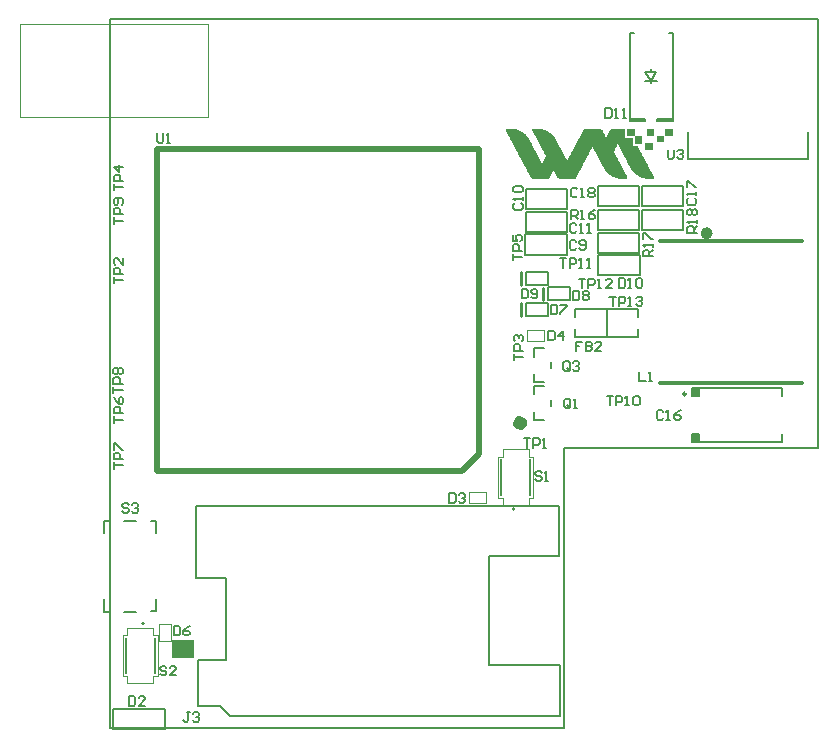
<source format=gto>
G04*
G04 #@! TF.GenerationSoftware,Altium Limited,Altium Designer,21.2.2 (38)*
G04*
G04 Layer_Color=65535*
%FSLAX25Y25*%
%MOIN*%
G70*
G04*
G04 #@! TF.SameCoordinates,3B8D8C8F-B8B0-4305-BFF5-38056C6EFB40*
G04*
G04*
G04 #@! TF.FilePolarity,Positive*
G04*
G01*
G75*
%ADD10C,0.00787*%
%ADD11C,0.00984*%
%ADD12C,0.01968*%
%ADD13C,0.03937*%
%ADD14C,0.00750*%
%ADD15C,0.00500*%
%ADD16C,0.00394*%
%ADD17C,0.01000*%
%ADD18C,0.00591*%
%ADD19C,0.01181*%
%ADD20C,0.00709*%
%ADD21R,0.07343X0.05965*%
%ADD22R,0.02165X0.02657*%
%ADD23C,0.00197*%
G36*
X181636Y199521D02*
Y199432D01*
Y199343D01*
Y199253D01*
Y199164D01*
Y199075D01*
Y198986D01*
Y198896D01*
Y198807D01*
Y198718D01*
Y198628D01*
Y198539D01*
Y198450D01*
Y198361D01*
Y198271D01*
Y198182D01*
Y198093D01*
Y198003D01*
Y197914D01*
Y197825D01*
Y197736D01*
Y197646D01*
Y197557D01*
Y197468D01*
Y197379D01*
Y197289D01*
Y197200D01*
X179226D01*
Y197289D01*
Y197379D01*
Y197468D01*
Y197557D01*
Y197646D01*
Y197736D01*
Y197825D01*
Y197914D01*
Y198003D01*
Y198093D01*
Y198182D01*
Y198271D01*
Y198361D01*
Y198450D01*
Y198539D01*
Y198628D01*
Y198718D01*
Y198807D01*
Y198896D01*
Y198986D01*
Y199075D01*
Y199164D01*
Y199253D01*
Y199343D01*
Y199432D01*
Y199521D01*
Y199611D01*
X181636D01*
Y199521D01*
D02*
G37*
G36*
X175029D02*
Y199432D01*
Y199343D01*
Y199253D01*
Y199164D01*
Y199075D01*
Y198986D01*
Y198896D01*
Y198807D01*
Y198718D01*
Y198628D01*
Y198539D01*
Y198450D01*
Y198361D01*
Y198271D01*
Y198182D01*
Y198093D01*
Y198003D01*
Y197914D01*
Y197825D01*
Y197736D01*
Y197646D01*
Y197557D01*
Y197468D01*
Y197379D01*
Y197289D01*
Y197200D01*
X172618D01*
Y197289D01*
Y197379D01*
Y197468D01*
Y197557D01*
Y197646D01*
Y197736D01*
Y197825D01*
Y197914D01*
Y198003D01*
Y198093D01*
Y198182D01*
Y198271D01*
Y198361D01*
Y198450D01*
Y198539D01*
Y198628D01*
Y198718D01*
Y198807D01*
Y198896D01*
Y198986D01*
Y199075D01*
Y199164D01*
Y199253D01*
Y199343D01*
Y199432D01*
Y199521D01*
Y199611D01*
X175029D01*
Y199521D01*
D02*
G37*
G36*
X187708D02*
Y199432D01*
Y199343D01*
Y199253D01*
Y199164D01*
Y199075D01*
Y198986D01*
Y198896D01*
Y198807D01*
Y198718D01*
Y198628D01*
Y198539D01*
Y198450D01*
Y198361D01*
Y198271D01*
Y198182D01*
Y198093D01*
Y198003D01*
Y197914D01*
Y197825D01*
Y197736D01*
Y197646D01*
Y197557D01*
Y197468D01*
Y197379D01*
Y197289D01*
Y197200D01*
X186636D01*
Y197111D01*
X186458D01*
Y197200D01*
X185297D01*
Y197289D01*
Y197379D01*
Y197468D01*
Y197557D01*
Y197646D01*
Y197736D01*
Y197825D01*
Y197914D01*
Y198003D01*
Y198093D01*
Y198182D01*
Y198271D01*
Y198361D01*
Y198450D01*
Y198539D01*
Y198628D01*
Y198718D01*
Y198807D01*
Y198896D01*
Y198986D01*
Y199075D01*
Y199164D01*
Y199253D01*
Y199343D01*
Y199432D01*
Y199521D01*
Y199611D01*
X187708D01*
Y199521D01*
D02*
G37*
G36*
X171904Y199611D02*
Y199521D01*
Y199432D01*
Y199343D01*
Y199253D01*
Y199164D01*
Y199075D01*
Y198986D01*
Y198896D01*
Y198807D01*
Y198718D01*
Y198628D01*
Y198539D01*
Y198450D01*
Y198361D01*
Y198271D01*
Y198182D01*
Y198093D01*
Y198003D01*
Y197914D01*
Y197825D01*
Y197736D01*
Y197646D01*
Y197557D01*
Y197468D01*
Y197379D01*
Y197289D01*
Y197200D01*
Y197111D01*
Y197021D01*
Y196932D01*
Y196843D01*
Y196754D01*
Y196664D01*
Y196575D01*
Y196486D01*
X174404D01*
Y196396D01*
Y196307D01*
Y196218D01*
Y196128D01*
Y196039D01*
Y195950D01*
Y195861D01*
Y195771D01*
Y195682D01*
Y195593D01*
Y195503D01*
Y195414D01*
Y195325D01*
Y195236D01*
Y195146D01*
Y195057D01*
Y194968D01*
Y194878D01*
Y194789D01*
Y194700D01*
Y194611D01*
Y194521D01*
Y194432D01*
Y194343D01*
Y194253D01*
Y194164D01*
Y194075D01*
X174493D01*
Y193986D01*
X175922D01*
Y193896D01*
X176011D01*
Y193807D01*
Y193718D01*
Y193628D01*
X176190D01*
Y193539D01*
Y193450D01*
X176279D01*
Y193361D01*
Y193271D01*
Y193182D01*
X176368D01*
Y193093D01*
Y193003D01*
X176458D01*
Y192914D01*
X176547D01*
Y192825D01*
Y192736D01*
X176636D01*
Y192646D01*
Y192557D01*
X176726D01*
Y192468D01*
X176815D01*
Y192378D01*
X176726D01*
Y192289D01*
X176815D01*
Y192200D01*
X176904D01*
Y192111D01*
Y192021D01*
X176993D01*
Y191932D01*
Y191843D01*
X177172D01*
Y191753D01*
Y191664D01*
Y191575D01*
Y191486D01*
X177261D01*
Y191396D01*
X177351D01*
Y191307D01*
Y191218D01*
Y191128D01*
X177440D01*
Y191039D01*
X177529D01*
Y190950D01*
Y190860D01*
X177619D01*
Y190771D01*
Y190682D01*
X177708D01*
Y190593D01*
Y190503D01*
X177797D01*
Y190414D01*
X177886D01*
Y190325D01*
Y190235D01*
X177976D01*
Y190146D01*
Y190057D01*
X178065D01*
Y189968D01*
Y189878D01*
X178154D01*
Y189789D01*
X178244D01*
Y189700D01*
Y189611D01*
Y189521D01*
X178333D01*
Y189432D01*
Y189343D01*
Y189253D01*
X178511D01*
Y189164D01*
Y189075D01*
X178601D01*
Y188986D01*
Y188896D01*
X178690D01*
Y188807D01*
Y188718D01*
Y188628D01*
X178779D01*
Y188539D01*
X178868D01*
Y188450D01*
Y188361D01*
X178958D01*
Y188271D01*
Y188182D01*
Y188093D01*
X179136D01*
Y188003D01*
Y187914D01*
Y187825D01*
X179226D01*
Y187735D01*
X179315D01*
Y187646D01*
Y187557D01*
Y187468D01*
X179404D01*
Y187378D01*
Y187289D01*
X179493D01*
Y187200D01*
X179583D01*
Y187110D01*
Y187021D01*
X179672D01*
Y186932D01*
Y186843D01*
X179761D01*
Y186753D01*
X179851D01*
Y186664D01*
Y186575D01*
Y186486D01*
X179940D01*
Y186396D01*
Y186307D01*
X180029D01*
Y186218D01*
X180119D01*
Y186128D01*
Y186039D01*
Y185950D01*
X180208D01*
Y185861D01*
X180297D01*
Y185771D01*
Y185682D01*
X180386D01*
Y185593D01*
X180476D01*
Y185503D01*
Y185414D01*
Y185325D01*
X180565D01*
Y185236D01*
X180654D01*
Y185146D01*
Y185057D01*
X180744D01*
Y184968D01*
Y184878D01*
Y184789D01*
X180922D01*
Y184700D01*
Y184610D01*
Y184521D01*
X181011D01*
Y184432D01*
Y184343D01*
Y184253D01*
X181101D01*
Y184164D01*
X181190D01*
Y184075D01*
X181279D01*
Y183985D01*
X181190D01*
Y183896D01*
X181369D01*
Y183807D01*
Y183718D01*
Y183628D01*
X181458D01*
Y183539D01*
Y183450D01*
Y183360D01*
X181547D01*
Y183271D01*
X181458D01*
Y183182D01*
Y183093D01*
X181369D01*
Y183003D01*
X181190D01*
Y182914D01*
X178868D01*
Y183003D01*
X178333D01*
Y183093D01*
X178154D01*
Y183182D01*
X177708D01*
Y183271D01*
X177440D01*
Y183360D01*
X177172D01*
Y183450D01*
X177083D01*
Y183539D01*
X176815D01*
Y183628D01*
X176636D01*
Y183718D01*
X176458D01*
Y183807D01*
X176279D01*
Y183896D01*
X176101D01*
Y183985D01*
X176011D01*
Y184075D01*
X175922D01*
Y184164D01*
X175743D01*
Y184253D01*
X175565D01*
Y184343D01*
X175476D01*
Y184432D01*
X175386D01*
Y184521D01*
X175208D01*
Y184610D01*
X175118D01*
Y184700D01*
X175029D01*
Y184789D01*
X174940D01*
Y184878D01*
X174850D01*
Y184968D01*
X174761D01*
Y185057D01*
X174672D01*
Y185146D01*
X174583D01*
Y185236D01*
X174493D01*
Y185325D01*
X174404D01*
Y185414D01*
X174315D01*
Y185503D01*
X174225D01*
Y185593D01*
X174136D01*
Y185682D01*
Y185771D01*
Y185861D01*
X173958D01*
Y185950D01*
Y186039D01*
X173868D01*
Y186128D01*
X173779D01*
Y186218D01*
Y186307D01*
Y186396D01*
Y186486D01*
X173690D01*
Y186575D01*
X173600D01*
Y186664D01*
Y186753D01*
X173511D01*
Y186843D01*
Y186932D01*
X173422D01*
Y187021D01*
X173333D01*
Y187110D01*
Y187200D01*
Y187289D01*
X173243D01*
Y187378D01*
X173154D01*
Y187468D01*
Y187557D01*
Y187646D01*
X172976D01*
Y187735D01*
Y187825D01*
Y187914D01*
X172886D01*
Y188003D01*
Y188093D01*
X172797D01*
Y188182D01*
Y188271D01*
X172708D01*
Y188361D01*
X172618D01*
Y188450D01*
Y188539D01*
Y188628D01*
X172440D01*
Y188718D01*
Y188807D01*
Y188896D01*
Y188986D01*
X172351D01*
Y189075D01*
X172261D01*
Y189164D01*
Y189253D01*
Y189343D01*
X172172D01*
Y189432D01*
X172083D01*
Y189521D01*
X171993D01*
Y189611D01*
Y189700D01*
Y189789D01*
X171815D01*
Y189878D01*
X171904D01*
Y189968D01*
X171815D01*
Y190057D01*
X171725D01*
Y190146D01*
Y190235D01*
X171636D01*
Y190325D01*
Y190414D01*
X171458D01*
Y190503D01*
Y190593D01*
Y190682D01*
Y190771D01*
Y190860D01*
X171368D01*
Y190950D01*
X171279D01*
Y191039D01*
Y191128D01*
X171190D01*
Y191218D01*
X171100D01*
Y191307D01*
Y191396D01*
Y191486D01*
X171011D01*
Y191575D01*
X170922D01*
Y191664D01*
X170833D01*
Y191753D01*
X170922D01*
Y191843D01*
X170833D01*
Y191932D01*
X170743D01*
Y192021D01*
X170654D01*
Y192111D01*
Y192200D01*
Y192289D01*
X170475D01*
Y192378D01*
Y192468D01*
Y192557D01*
Y192646D01*
X170386D01*
Y192736D01*
X170297D01*
Y192825D01*
Y192914D01*
Y193003D01*
X170208D01*
Y193093D01*
X170118D01*
Y193182D01*
Y193271D01*
Y193361D01*
X170029D01*
Y193450D01*
X169940D01*
Y193539D01*
Y193628D01*
Y193718D01*
X169761D01*
Y193807D01*
Y193896D01*
X169672D01*
Y193986D01*
Y194075D01*
Y194164D01*
X169583D01*
Y194253D01*
X169493D01*
Y194343D01*
Y194432D01*
X169226D01*
Y194343D01*
Y194253D01*
Y194164D01*
X169136D01*
Y194075D01*
Y193986D01*
X169047D01*
Y193896D01*
X168958D01*
Y193807D01*
X169047D01*
Y193718D01*
X168958D01*
Y193628D01*
X168868D01*
Y193539D01*
X168779D01*
Y193450D01*
Y193361D01*
Y193271D01*
X168690D01*
Y193182D01*
Y193093D01*
X168600D01*
Y193003D01*
Y192914D01*
X168511D01*
Y192825D01*
Y192736D01*
X168422D01*
Y192646D01*
Y192557D01*
X168333D01*
Y192468D01*
Y192378D01*
X168243D01*
Y192289D01*
Y192200D01*
X168154D01*
Y192111D01*
Y192021D01*
Y191932D01*
Y191843D01*
Y191753D01*
X168243D01*
Y191664D01*
Y191575D01*
Y191486D01*
X168333D01*
Y191396D01*
X168422D01*
Y191307D01*
Y191218D01*
X168511D01*
Y191128D01*
Y191039D01*
X168600D01*
Y190950D01*
Y190860D01*
X168690D01*
Y190771D01*
Y190682D01*
X168779D01*
Y190593D01*
X168868D01*
Y190503D01*
Y190414D01*
X168958D01*
Y190325D01*
Y190235D01*
X169047D01*
Y190146D01*
Y190057D01*
X169136D01*
Y189968D01*
Y189878D01*
X169226D01*
Y189789D01*
X169315D01*
Y189700D01*
Y189611D01*
Y189521D01*
X169404D01*
Y189432D01*
Y189343D01*
X169583D01*
Y189253D01*
Y189164D01*
Y189075D01*
Y188986D01*
X169761D01*
Y188896D01*
Y188807D01*
Y188718D01*
Y188628D01*
X169940D01*
Y188539D01*
Y188450D01*
X170029D01*
Y188361D01*
X169940D01*
Y188271D01*
X170029D01*
Y188182D01*
X170118D01*
Y188093D01*
X170208D01*
Y188003D01*
Y187914D01*
X170297D01*
Y187825D01*
Y187735D01*
X170386D01*
Y187646D01*
Y187557D01*
X170475D01*
Y187468D01*
Y187378D01*
X170565D01*
Y187289D01*
Y187200D01*
Y187110D01*
X170654D01*
Y187021D01*
X170743D01*
Y186932D01*
Y186843D01*
Y186753D01*
X170922D01*
Y186664D01*
Y186575D01*
Y186486D01*
X171011D01*
Y186396D01*
Y186307D01*
X171100D01*
Y186218D01*
X171190D01*
Y186128D01*
Y186039D01*
Y185950D01*
X171368D01*
Y185861D01*
Y185771D01*
Y185682D01*
X171458D01*
Y185593D01*
X171547D01*
Y185503D01*
Y185414D01*
Y185325D01*
X171636D01*
Y185236D01*
X171725D01*
Y185146D01*
Y185057D01*
X171815D01*
Y184968D01*
Y184878D01*
X171904D01*
Y184789D01*
Y184700D01*
Y184610D01*
X171993D01*
Y184521D01*
X172083D01*
Y184432D01*
Y184343D01*
Y184253D01*
X172261D01*
Y184164D01*
Y184075D01*
X172351D01*
Y183985D01*
Y183896D01*
Y183807D01*
X172440D01*
Y183718D01*
X172529D01*
Y183628D01*
X172618D01*
Y183539D01*
Y183450D01*
Y183360D01*
Y183271D01*
Y183182D01*
X172529D01*
Y183093D01*
X172440D01*
Y183003D01*
X172261D01*
Y182914D01*
X169940D01*
Y183003D01*
X169493D01*
Y183093D01*
X169226D01*
Y183182D01*
X168779D01*
Y183271D01*
X168511D01*
Y183360D01*
X168333D01*
Y183450D01*
X168154D01*
Y183539D01*
X167886D01*
Y183628D01*
X167708D01*
Y183718D01*
X167529D01*
Y183807D01*
X167440D01*
Y183896D01*
X167261D01*
Y183985D01*
X167083D01*
Y184075D01*
X166993D01*
Y184164D01*
X166815D01*
Y184253D01*
X166636D01*
Y184343D01*
X166547D01*
Y184432D01*
X166458D01*
Y184521D01*
X166368D01*
Y184610D01*
X166190D01*
Y184700D01*
X166100D01*
Y184789D01*
X166011D01*
Y184878D01*
Y184968D01*
X165833D01*
Y185057D01*
X165743D01*
Y185146D01*
X165654D01*
Y185236D01*
X165565D01*
Y185325D01*
X165475D01*
Y185414D01*
Y185503D01*
X165386D01*
Y185593D01*
X165297D01*
Y185682D01*
X165208D01*
Y185771D01*
Y185861D01*
X165029D01*
Y185950D01*
Y186039D01*
Y186128D01*
X164850D01*
Y186218D01*
Y186307D01*
Y186396D01*
Y186486D01*
X164761D01*
Y186575D01*
X164672D01*
Y186664D01*
Y186753D01*
X164583D01*
Y186843D01*
Y186932D01*
X164493D01*
Y187021D01*
Y187110D01*
X164404D01*
Y187200D01*
Y187289D01*
X164315D01*
Y187378D01*
X164225D01*
Y187468D01*
Y187557D01*
X164136D01*
Y187646D01*
Y187735D01*
X164047D01*
Y187825D01*
Y187914D01*
Y188003D01*
X163868D01*
Y188093D01*
Y188182D01*
X163779D01*
Y188271D01*
Y188361D01*
Y188450D01*
X163690D01*
Y188539D01*
Y188628D01*
X163511D01*
Y188718D01*
Y188807D01*
Y188896D01*
X163422D01*
Y188986D01*
Y189075D01*
X163332D01*
Y189164D01*
Y189253D01*
X163243D01*
Y189343D01*
Y189432D01*
X163154D01*
Y189521D01*
X163065D01*
Y189611D01*
Y189700D01*
Y189789D01*
X162975D01*
Y189878D01*
X162886D01*
Y189968D01*
Y190057D01*
X162797D01*
Y190146D01*
Y190235D01*
X162707D01*
Y190325D01*
Y190414D01*
X162618D01*
Y190503D01*
X162529D01*
Y190593D01*
Y190682D01*
Y190771D01*
X162440D01*
Y190860D01*
Y190950D01*
X162350D01*
Y191039D01*
Y191128D01*
Y191218D01*
X162172D01*
Y191307D01*
Y191396D01*
Y191486D01*
X162083D01*
Y191575D01*
X161993D01*
Y191664D01*
Y191753D01*
X161904D01*
Y191843D01*
Y191932D01*
X161815D01*
Y192021D01*
X161725D01*
Y192111D01*
X161815D01*
Y192200D01*
X161725D01*
Y192289D01*
X161636D01*
Y192378D01*
X161547D01*
Y192468D01*
Y192557D01*
X161458D01*
Y192646D01*
Y192736D01*
X161368D01*
Y192825D01*
Y192914D01*
Y193003D01*
X161279D01*
Y193093D01*
Y193182D01*
X161190D01*
Y193271D01*
Y193361D01*
X161100D01*
Y193450D01*
X160833D01*
Y193361D01*
Y193271D01*
X160743D01*
Y193182D01*
Y193093D01*
X160654D01*
Y193003D01*
Y192914D01*
X160565D01*
Y192825D01*
X160475D01*
Y192736D01*
Y192646D01*
Y192557D01*
X160386D01*
Y192468D01*
X160297D01*
Y192378D01*
Y192289D01*
Y192200D01*
X160118D01*
Y192111D01*
Y192021D01*
Y191932D01*
X160029D01*
Y191843D01*
Y191753D01*
X159940D01*
Y191664D01*
Y191575D01*
X159850D01*
Y191486D01*
Y191396D01*
Y191307D01*
X159761D01*
Y191218D01*
X159672D01*
Y191128D01*
Y191039D01*
X159582D01*
Y190950D01*
X159493D01*
Y190860D01*
Y190771D01*
X159404D01*
Y190682D01*
Y190593D01*
X159315D01*
Y190503D01*
Y190414D01*
X159225D01*
Y190325D01*
Y190235D01*
X159136D01*
Y190146D01*
Y190057D01*
Y189968D01*
X158958D01*
Y189878D01*
Y189789D01*
Y189700D01*
X158868D01*
Y189611D01*
X158779D01*
Y189521D01*
Y189432D01*
Y189343D01*
X158690D01*
Y189253D01*
X158600D01*
Y189164D01*
Y189075D01*
X158511D01*
Y188986D01*
Y188896D01*
X158422D01*
Y188807D01*
X158333D01*
Y188718D01*
Y188628D01*
Y188539D01*
X158243D01*
Y188450D01*
Y188361D01*
X158154D01*
Y188271D01*
X158065D01*
Y188182D01*
Y188093D01*
X157975D01*
Y188003D01*
Y187914D01*
X157886D01*
Y187825D01*
Y187735D01*
X157797D01*
Y187646D01*
Y187557D01*
Y187468D01*
X157708D01*
Y187378D01*
Y187289D01*
X157618D01*
Y187200D01*
Y187110D01*
X157440D01*
Y187021D01*
Y186932D01*
X157350D01*
Y186843D01*
Y186753D01*
Y186664D01*
X157261D01*
Y186575D01*
X157172D01*
Y186486D01*
Y186396D01*
Y186307D01*
X157082D01*
Y186218D01*
X156993D01*
Y186128D01*
Y186039D01*
Y185950D01*
X156815D01*
Y185861D01*
Y185771D01*
Y185682D01*
X156725D01*
Y185593D01*
Y185503D01*
X156636D01*
Y185414D01*
Y185325D01*
X156547D01*
Y185236D01*
Y185146D01*
X156368D01*
Y185057D01*
Y184968D01*
Y184878D01*
X156279D01*
Y184789D01*
Y184700D01*
Y184610D01*
X156190D01*
Y184521D01*
X156100D01*
Y184432D01*
Y184343D01*
X156011D01*
Y184253D01*
Y184164D01*
X155922D01*
Y184075D01*
X155832D01*
Y183985D01*
Y183896D01*
Y183807D01*
X155743D01*
Y183718D01*
X155654D01*
Y183628D01*
Y183539D01*
X155565D01*
Y183450D01*
Y183360D01*
Y183271D01*
X155386D01*
Y183182D01*
Y183093D01*
Y183003D01*
X155207D01*
Y182914D01*
X149940D01*
Y183003D01*
X149761D01*
Y183093D01*
X149672D01*
Y183182D01*
X149493D01*
Y183271D01*
X149314D01*
Y183360D01*
Y183450D01*
X149225D01*
Y183539D01*
X149136D01*
Y183628D01*
Y183718D01*
Y183807D01*
X148957D01*
Y183896D01*
Y183985D01*
X148868D01*
Y184075D01*
Y184164D01*
X148779D01*
Y184253D01*
Y184343D01*
Y184432D01*
X148689D01*
Y184521D01*
X148600D01*
Y184610D01*
Y184700D01*
X148511D01*
Y184789D01*
Y184878D01*
Y184968D01*
X148332D01*
Y185057D01*
X148422D01*
Y185146D01*
X148332D01*
Y185236D01*
X148243D01*
Y185325D01*
X148154D01*
Y185414D01*
Y185503D01*
Y185593D01*
X147886D01*
Y185503D01*
X147797D01*
Y185414D01*
Y185325D01*
X147707D01*
Y185236D01*
Y185146D01*
X147618D01*
Y185057D01*
X147529D01*
Y184968D01*
X147440D01*
Y184878D01*
Y184789D01*
Y184700D01*
X147350D01*
Y184610D01*
Y184521D01*
X147261D01*
Y184432D01*
Y184343D01*
X147172D01*
Y184253D01*
Y184164D01*
X147082D01*
Y184075D01*
Y183985D01*
X146993D01*
Y183896D01*
X146904D01*
Y183807D01*
Y183718D01*
X146815D01*
Y183628D01*
Y183539D01*
Y183450D01*
X146725D01*
Y183360D01*
X146636D01*
Y183271D01*
Y183182D01*
X146547D01*
Y183093D01*
Y183003D01*
X146279D01*
Y182914D01*
X141189D01*
Y183003D01*
X140921D01*
Y183093D01*
X140832D01*
Y183182D01*
X140654D01*
Y183271D01*
X140564D01*
Y183360D01*
X140475D01*
Y183450D01*
X140386D01*
Y183539D01*
X140296D01*
Y183628D01*
Y183718D01*
X140207D01*
Y183807D01*
Y183896D01*
Y183985D01*
X140029D01*
Y184075D01*
Y184164D01*
Y184253D01*
X139939D01*
Y184343D01*
X139850D01*
Y184432D01*
Y184521D01*
Y184610D01*
X139761D01*
Y184700D01*
Y184789D01*
X139672D01*
Y184878D01*
X139582D01*
Y184968D01*
X139493D01*
Y185057D01*
Y185146D01*
X139404D01*
Y185236D01*
Y185325D01*
X139314D01*
Y185414D01*
Y185503D01*
X139225D01*
Y185593D01*
Y185682D01*
X139136D01*
Y185771D01*
X139047D01*
Y185861D01*
Y185950D01*
Y186039D01*
Y186128D01*
X138957D01*
Y186218D01*
X138868D01*
Y186307D01*
Y186396D01*
Y186486D01*
X138689D01*
Y186575D01*
Y186664D01*
Y186753D01*
X138600D01*
Y186843D01*
Y186932D01*
X138511D01*
Y187021D01*
X138421D01*
Y187110D01*
Y187200D01*
X138332D01*
Y187289D01*
X138243D01*
Y187378D01*
Y187468D01*
Y187557D01*
Y187646D01*
X138064D01*
Y187735D01*
Y187825D01*
X137975D01*
Y187914D01*
Y188003D01*
Y188093D01*
X137886D01*
Y188182D01*
Y188271D01*
X137796D01*
Y188361D01*
X137707D01*
Y188450D01*
Y188539D01*
X137618D01*
Y188628D01*
Y188718D01*
X137529D01*
Y188807D01*
Y188896D01*
Y188986D01*
X137350D01*
Y189075D01*
Y189164D01*
Y189253D01*
X137261D01*
Y189343D01*
Y189432D01*
X137171D01*
Y189521D01*
X137082D01*
Y189611D01*
Y189700D01*
X136993D01*
Y189789D01*
Y189878D01*
X136904D01*
Y189968D01*
Y190057D01*
Y190146D01*
X136725D01*
Y190235D01*
Y190325D01*
X136636D01*
Y190414D01*
Y190503D01*
Y190593D01*
X136547D01*
Y190682D01*
Y190771D01*
X136457D01*
Y190860D01*
Y190950D01*
X136368D01*
Y191039D01*
X136279D01*
Y191128D01*
Y191218D01*
X136189D01*
Y191307D01*
X136100D01*
Y191396D01*
X136189D01*
Y191486D01*
X136011D01*
Y191575D01*
Y191664D01*
Y191753D01*
X135922D01*
Y191843D01*
Y191932D01*
X135832D01*
Y192021D01*
Y192111D01*
X135743D01*
Y192200D01*
X135654D01*
Y192289D01*
X135564D01*
Y192378D01*
Y192468D01*
Y192557D01*
Y192646D01*
X135386D01*
Y192736D01*
Y192825D01*
Y192914D01*
X135296D01*
Y193003D01*
Y193093D01*
Y193182D01*
X135118D01*
Y193271D01*
Y193361D01*
Y193450D01*
X135029D01*
Y193539D01*
X134939D01*
Y193628D01*
Y193718D01*
Y193807D01*
X134850D01*
Y193896D01*
X134761D01*
Y193986D01*
X134671D01*
Y194075D01*
Y194164D01*
X134582D01*
Y194253D01*
Y194343D01*
Y194432D01*
Y194521D01*
X134404D01*
Y194611D01*
Y194700D01*
Y194789D01*
X134314D01*
Y194878D01*
X134225D01*
Y194968D01*
Y195057D01*
X134136D01*
Y195146D01*
Y195236D01*
Y195325D01*
X134046D01*
Y195414D01*
X133957D01*
Y195503D01*
Y195593D01*
Y195682D01*
X133779D01*
Y195771D01*
Y195861D01*
X133689D01*
Y195950D01*
Y196039D01*
X133600D01*
Y196128D01*
Y196218D01*
Y196307D01*
X133511D01*
Y196396D01*
Y196486D01*
X133421D01*
Y196575D01*
X133332D01*
Y196664D01*
Y196754D01*
Y196843D01*
X133243D01*
Y196932D01*
Y197021D01*
X133154D01*
Y197111D01*
X133064D01*
Y197200D01*
Y197289D01*
Y197379D01*
X132975D01*
Y197468D01*
X132796D01*
Y197557D01*
X132886D01*
Y197646D01*
X132796D01*
Y197736D01*
Y197825D01*
X132707D01*
Y197914D01*
X132618D01*
Y198003D01*
Y198093D01*
Y198182D01*
X132529D01*
Y198271D01*
X132439D01*
Y198361D01*
Y198450D01*
X132350D01*
Y198539D01*
Y198628D01*
X132261D01*
Y198718D01*
X132171D01*
Y198807D01*
Y198896D01*
Y198986D01*
X132082D01*
Y199075D01*
X131993D01*
Y199164D01*
Y199253D01*
Y199343D01*
Y199432D01*
X132082D01*
Y199521D01*
X132171D01*
Y199611D01*
X132439D01*
Y199700D01*
X134314D01*
Y199611D01*
X135029D01*
Y199521D01*
X135207D01*
Y199432D01*
X135654D01*
Y199343D01*
X135922D01*
Y199253D01*
X136189D01*
Y199164D01*
X136368D01*
Y199075D01*
X136636D01*
Y198986D01*
X136814D01*
Y198896D01*
X136993D01*
Y198807D01*
X137171D01*
Y198718D01*
X137350D01*
Y198628D01*
X137529D01*
Y198539D01*
X137707D01*
Y198450D01*
X137796D01*
Y198361D01*
X137886D01*
Y198271D01*
X138064D01*
Y198182D01*
X138154D01*
Y198093D01*
X138243D01*
Y198003D01*
X138421D01*
Y197914D01*
Y197825D01*
X138600D01*
Y197736D01*
X138689D01*
Y197646D01*
X138779D01*
Y197557D01*
Y197468D01*
X138957D01*
Y197379D01*
X139047D01*
Y197289D01*
X139136D01*
Y197200D01*
X139225D01*
Y197111D01*
X139314D01*
Y197021D01*
Y196932D01*
X139404D01*
Y196843D01*
X139493D01*
Y196754D01*
Y196664D01*
X139582D01*
Y196575D01*
Y196486D01*
X139672D01*
Y196396D01*
Y196307D01*
X139761D01*
Y196218D01*
X139850D01*
Y196128D01*
X139939D01*
Y196039D01*
Y195950D01*
Y195861D01*
X140029D01*
Y195771D01*
X140118D01*
Y195682D01*
Y195593D01*
Y195503D01*
X140207D01*
Y195414D01*
X140296D01*
Y195325D01*
Y195236D01*
Y195146D01*
X140386D01*
Y195057D01*
X140475D01*
Y194968D01*
Y194878D01*
X140564D01*
Y194789D01*
X140654D01*
Y194700D01*
Y194611D01*
Y194521D01*
X140743D01*
Y194432D01*
Y194343D01*
X140832D01*
Y194253D01*
Y194164D01*
X140921D01*
Y194075D01*
Y193986D01*
X141100D01*
Y193896D01*
X141011D01*
Y193807D01*
X141100D01*
Y193718D01*
X141189D01*
Y193628D01*
Y193539D01*
X141279D01*
Y193450D01*
Y193361D01*
X141368D01*
Y193271D01*
Y193182D01*
X141457D01*
Y193093D01*
X141546D01*
Y193003D01*
Y192914D01*
X141636D01*
Y192825D01*
Y192736D01*
Y192646D01*
X141725D01*
Y192557D01*
X141814D01*
Y192468D01*
Y192378D01*
X141904D01*
Y192289D01*
Y192200D01*
X141993D01*
Y192111D01*
Y192021D01*
X142082D01*
Y191932D01*
Y191843D01*
X142172D01*
Y191753D01*
X142261D01*
Y191664D01*
Y191575D01*
Y191486D01*
X142439D01*
Y191396D01*
Y191307D01*
Y191218D01*
X142529D01*
Y191128D01*
Y191039D01*
X142618D01*
Y190950D01*
Y190860D01*
X142707D01*
Y190771D01*
Y190682D01*
X142797D01*
Y190593D01*
Y190503D01*
X142886D01*
Y190414D01*
Y190325D01*
X142975D01*
Y190235D01*
Y190146D01*
X143064D01*
Y190057D01*
X143154D01*
Y189968D01*
Y189878D01*
X143243D01*
Y189789D01*
Y189700D01*
X143332D01*
Y189611D01*
X143422D01*
Y189521D01*
X143332D01*
Y189432D01*
X143422D01*
Y189343D01*
X143511D01*
Y189253D01*
Y189164D01*
X143600D01*
Y189075D01*
Y188986D01*
X143689D01*
Y188896D01*
X143779D01*
Y188807D01*
Y188718D01*
X143868D01*
Y188628D01*
Y188539D01*
X143957D01*
Y188450D01*
Y188361D01*
X144047D01*
Y188271D01*
Y188182D01*
X144136D01*
Y188093D01*
X144314D01*
Y188182D01*
Y188271D01*
X144404D01*
Y188361D01*
Y188450D01*
X144493D01*
Y188539D01*
Y188628D01*
Y188718D01*
X144582D01*
Y188807D01*
Y188896D01*
X144672D01*
Y188986D01*
Y189075D01*
X144761D01*
Y189164D01*
Y189253D01*
X144850D01*
Y189343D01*
Y189432D01*
X144939D01*
Y189521D01*
Y189611D01*
X145029D01*
Y189700D01*
Y189789D01*
Y189878D01*
X145118D01*
Y189968D01*
X145207D01*
Y190057D01*
X145297D01*
Y190146D01*
Y190235D01*
Y190325D01*
X145386D01*
Y190414D01*
Y190503D01*
Y190593D01*
Y190682D01*
Y190771D01*
X145207D01*
Y190860D01*
Y190950D01*
X145118D01*
Y191039D01*
Y191128D01*
Y191218D01*
X145029D01*
Y191307D01*
X144939D01*
Y191396D01*
Y191486D01*
Y191575D01*
X144850D01*
Y191664D01*
Y191753D01*
X144761D01*
Y191843D01*
Y191932D01*
X144672D01*
Y192021D01*
Y192111D01*
Y192200D01*
X144493D01*
Y192289D01*
Y192378D01*
Y192468D01*
X144314D01*
Y192557D01*
Y192646D01*
Y192736D01*
X144225D01*
Y192825D01*
Y192914D01*
X144136D01*
Y193003D01*
Y193093D01*
X144047D01*
Y193182D01*
Y193271D01*
X143957D01*
Y193361D01*
X143868D01*
Y193450D01*
Y193539D01*
Y193628D01*
X143779D01*
Y193718D01*
X143689D01*
Y193807D01*
Y193896D01*
X143600D01*
Y193986D01*
Y194075D01*
X143511D01*
Y194164D01*
Y194253D01*
Y194343D01*
X143422D01*
Y194432D01*
X143332D01*
Y194521D01*
Y194611D01*
X143243D01*
Y194700D01*
Y194789D01*
X143154D01*
Y194878D01*
Y194968D01*
X143064D01*
Y195057D01*
X142975D01*
Y195146D01*
X142886D01*
Y195236D01*
Y195325D01*
Y195414D01*
Y195503D01*
X142707D01*
Y195593D01*
Y195682D01*
Y195771D01*
X142618D01*
Y195861D01*
X142529D01*
Y195950D01*
Y196039D01*
Y196128D01*
X142439D01*
Y196218D01*
Y196307D01*
X142350D01*
Y196396D01*
X142261D01*
Y196486D01*
Y196575D01*
X142172D01*
Y196664D01*
X142082D01*
Y196754D01*
Y196843D01*
Y196932D01*
X141993D01*
Y197021D01*
Y197111D01*
X141904D01*
Y197200D01*
Y197289D01*
X141814D01*
Y197379D01*
Y197468D01*
X141725D01*
Y197557D01*
X141636D01*
Y197646D01*
Y197736D01*
X141546D01*
Y197825D01*
Y197914D01*
Y198003D01*
X141457D01*
Y198093D01*
X141368D01*
Y198182D01*
Y198271D01*
X141279D01*
Y198361D01*
Y198450D01*
X141189D01*
Y198539D01*
Y198628D01*
X141100D01*
Y198718D01*
X141011D01*
Y198807D01*
Y198896D01*
X140921D01*
Y198986D01*
Y199075D01*
Y199164D01*
X140832D01*
Y199253D01*
X140921D01*
Y199343D01*
Y199432D01*
Y199521D01*
X141100D01*
Y199611D01*
X141279D01*
Y199700D01*
X143154D01*
Y199611D01*
X143868D01*
Y199521D01*
X144047D01*
Y199432D01*
X144493D01*
Y199343D01*
X144850D01*
Y199253D01*
X145118D01*
Y199164D01*
X145207D01*
Y199075D01*
X145475D01*
Y198986D01*
X145743D01*
Y198896D01*
X145832D01*
Y198807D01*
X146011D01*
Y198718D01*
X146100D01*
Y198628D01*
X146368D01*
Y198539D01*
X146457D01*
Y198450D01*
X146636D01*
Y198361D01*
X146725D01*
Y198271D01*
X146904D01*
Y198182D01*
X146993D01*
Y198093D01*
X147082D01*
Y198003D01*
X147172D01*
Y197914D01*
X147261D01*
Y197825D01*
X147440D01*
Y197736D01*
X147529D01*
Y197646D01*
X147618D01*
Y197557D01*
X147707D01*
Y197468D01*
X147797D01*
Y197379D01*
X147886D01*
Y197289D01*
X147975D01*
Y197200D01*
X148064D01*
Y197111D01*
Y197021D01*
X148243D01*
Y196932D01*
Y196843D01*
X148332D01*
Y196754D01*
X148422D01*
Y196664D01*
Y196575D01*
X148511D01*
Y196486D01*
Y196396D01*
X148600D01*
Y196307D01*
Y196218D01*
Y196128D01*
X148689D01*
Y196039D01*
X148779D01*
Y195950D01*
Y195861D01*
Y195771D01*
X148957D01*
Y195682D01*
Y195593D01*
X149047D01*
Y195503D01*
Y195414D01*
Y195325D01*
X149225D01*
Y195236D01*
Y195146D01*
Y195057D01*
Y194968D01*
X149314D01*
Y194878D01*
X149404D01*
Y194789D01*
Y194700D01*
X149493D01*
Y194611D01*
Y194521D01*
X149582D01*
Y194432D01*
Y194343D01*
X149672D01*
Y194253D01*
Y194164D01*
X149761D01*
Y194075D01*
X149850D01*
Y193986D01*
X149940D01*
Y193896D01*
Y193807D01*
Y193718D01*
X150029D01*
Y193628D01*
X150118D01*
Y193539D01*
Y193450D01*
X150207D01*
Y193361D01*
Y193271D01*
X150297D01*
Y193182D01*
Y193093D01*
X150386D01*
Y193003D01*
Y192914D01*
X150475D01*
Y192825D01*
Y192736D01*
X150565D01*
Y192646D01*
Y192557D01*
Y192468D01*
X150654D01*
Y192378D01*
X150743D01*
Y192289D01*
Y192200D01*
Y192111D01*
X150922D01*
Y192021D01*
Y191932D01*
Y191843D01*
X151011D01*
Y191753D01*
X151100D01*
Y191664D01*
Y191575D01*
X151189D01*
Y191486D01*
Y191396D01*
X151279D01*
Y191307D01*
Y191218D01*
X151368D01*
Y191128D01*
Y191039D01*
X151457D01*
Y190950D01*
Y190860D01*
X151547D01*
Y190771D01*
Y190682D01*
X151636D01*
Y190593D01*
Y190503D01*
X151725D01*
Y190414D01*
Y190325D01*
Y190235D01*
X151904D01*
Y190146D01*
Y190057D01*
Y189968D01*
X151993D01*
Y189878D01*
X152082D01*
Y189789D01*
Y189700D01*
X152172D01*
Y189611D01*
Y189521D01*
Y189432D01*
X152350D01*
Y189343D01*
Y189253D01*
X152439D01*
Y189164D01*
Y189075D01*
X152618D01*
Y189164D01*
Y189253D01*
X152707D01*
Y189343D01*
X152797D01*
Y189432D01*
Y189521D01*
X152886D01*
Y189611D01*
Y189700D01*
X152975D01*
Y189789D01*
Y189878D01*
X153065D01*
Y189968D01*
Y190057D01*
Y190146D01*
X153243D01*
Y190235D01*
Y190325D01*
Y190414D01*
X153422D01*
Y190503D01*
Y190593D01*
Y190682D01*
Y190771D01*
X153511D01*
Y190860D01*
X153600D01*
Y190950D01*
Y191039D01*
X153690D01*
Y191128D01*
Y191218D01*
X153779D01*
Y191307D01*
Y191396D01*
X153868D01*
Y191486D01*
Y191575D01*
Y191664D01*
X153957D01*
Y191753D01*
Y191843D01*
X154136D01*
Y191932D01*
Y192021D01*
Y192111D01*
X154225D01*
Y192200D01*
X154315D01*
Y192289D01*
Y192378D01*
Y192468D01*
X154404D01*
Y192557D01*
X154493D01*
Y192646D01*
Y192736D01*
X154582D01*
Y192825D01*
Y192914D01*
Y193003D01*
X154761D01*
Y193093D01*
Y193182D01*
Y193271D01*
X154850D01*
Y193361D01*
X154940D01*
Y193450D01*
Y193539D01*
Y193628D01*
X155029D01*
Y193718D01*
Y193807D01*
X155207D01*
Y193896D01*
X155118D01*
Y193986D01*
X155207D01*
Y194075D01*
X155297D01*
Y194164D01*
X155386D01*
Y194253D01*
Y194343D01*
Y194432D01*
Y194521D01*
X155565D01*
Y194611D01*
Y194700D01*
Y194789D01*
X155654D01*
Y194878D01*
Y194968D01*
X155743D01*
Y195057D01*
Y195146D01*
X155832D01*
Y195236D01*
X155922D01*
Y195325D01*
Y195414D01*
X156011D01*
Y195503D01*
Y195593D01*
X156100D01*
Y195682D01*
Y195771D01*
X156190D01*
Y195861D01*
Y195950D01*
X156279D01*
Y196039D01*
Y196128D01*
X156368D01*
Y196218D01*
Y196307D01*
X156457D01*
Y196396D01*
X156547D01*
Y196486D01*
Y196575D01*
Y196664D01*
X156725D01*
Y196754D01*
Y196843D01*
Y196932D01*
Y197021D01*
Y197111D01*
X156904D01*
Y197200D01*
Y197289D01*
X156993D01*
Y197379D01*
Y197468D01*
X157082D01*
Y197557D01*
Y197646D01*
Y197736D01*
X157261D01*
Y197825D01*
Y197914D01*
Y198003D01*
X157350D01*
Y198093D01*
X157440D01*
Y198182D01*
Y198271D01*
Y198361D01*
X157529D01*
Y198450D01*
X157618D01*
Y198539D01*
Y198628D01*
X157708D01*
Y198718D01*
Y198807D01*
Y198896D01*
X157886D01*
Y198986D01*
Y199075D01*
X157797D01*
Y199164D01*
X157975D01*
Y199253D01*
X158065D01*
Y199343D01*
Y199432D01*
Y199521D01*
X158243D01*
Y199611D01*
X158511D01*
Y199700D01*
X163332D01*
Y199611D01*
X163600D01*
Y199521D01*
X163690D01*
Y199432D01*
X163958D01*
Y199343D01*
X164047D01*
Y199253D01*
X164136D01*
Y199164D01*
X164225D01*
Y199075D01*
X164315D01*
Y198986D01*
X164404D01*
Y198896D01*
Y198807D01*
Y198718D01*
X164493D01*
Y198628D01*
X164583D01*
Y198539D01*
Y198450D01*
Y198361D01*
X164672D01*
Y198271D01*
X164761D01*
Y198182D01*
Y198093D01*
X164850D01*
Y198003D01*
X164940D01*
Y197914D01*
Y197825D01*
X165029D01*
Y197736D01*
Y197646D01*
X165118D01*
Y197557D01*
Y197468D01*
Y197379D01*
X165208D01*
Y197289D01*
X165297D01*
Y197200D01*
Y197111D01*
Y197021D01*
X165386D01*
Y196932D01*
X165654D01*
Y197021D01*
X165743D01*
Y197111D01*
Y197200D01*
X165833D01*
Y197289D01*
Y197379D01*
X165922D01*
Y197468D01*
X166011D01*
Y197557D01*
Y197646D01*
Y197736D01*
X166100D01*
Y197825D01*
X166190D01*
Y197914D01*
Y198003D01*
Y198093D01*
X166368D01*
Y198182D01*
Y198271D01*
Y198361D01*
X166458D01*
Y198450D01*
X166547D01*
Y198539D01*
Y198628D01*
Y198718D01*
X166636D01*
Y198807D01*
Y198896D01*
X166815D01*
Y198986D01*
Y199075D01*
Y199164D01*
Y199253D01*
X166993D01*
Y199343D01*
Y199432D01*
X167083D01*
Y199521D01*
X167172D01*
Y199611D01*
X167440D01*
Y199700D01*
X171904D01*
Y199611D01*
D02*
G37*
G36*
X184851Y197289D02*
Y197200D01*
Y197111D01*
Y197021D01*
Y196932D01*
Y196843D01*
Y196754D01*
Y196664D01*
Y196575D01*
Y196486D01*
Y196396D01*
Y196307D01*
Y196218D01*
Y196128D01*
Y196039D01*
Y195950D01*
Y195861D01*
Y195771D01*
Y195682D01*
Y195593D01*
Y195503D01*
Y195414D01*
Y195325D01*
Y195236D01*
Y195146D01*
Y195057D01*
Y194968D01*
X184761D01*
Y195057D01*
X182440D01*
Y195146D01*
Y195236D01*
X182351D01*
Y195325D01*
Y195414D01*
Y195503D01*
Y195593D01*
Y195682D01*
Y195771D01*
Y195861D01*
Y195950D01*
Y196039D01*
Y196128D01*
Y196218D01*
Y196307D01*
Y196396D01*
Y196486D01*
Y196575D01*
Y196664D01*
Y196754D01*
Y196843D01*
Y196932D01*
Y197021D01*
Y197111D01*
X182440D01*
Y197200D01*
Y197289D01*
Y197379D01*
X184851D01*
Y197289D01*
D02*
G37*
G36*
X177529Y197021D02*
Y196932D01*
Y196843D01*
Y196754D01*
Y196664D01*
Y196575D01*
Y196486D01*
Y196396D01*
Y196307D01*
Y196218D01*
Y196128D01*
Y196039D01*
Y195950D01*
Y195861D01*
Y195771D01*
Y195682D01*
Y195593D01*
Y195503D01*
Y195414D01*
Y195325D01*
Y195236D01*
Y195146D01*
Y195057D01*
Y194968D01*
Y194878D01*
Y194789D01*
Y194700D01*
X175118D01*
Y194789D01*
Y194878D01*
Y194968D01*
Y195057D01*
Y195146D01*
Y195236D01*
Y195325D01*
Y195414D01*
Y195503D01*
Y195593D01*
Y195682D01*
Y195771D01*
Y195861D01*
Y195950D01*
Y196039D01*
Y196128D01*
Y196218D01*
Y196307D01*
Y196396D01*
Y196486D01*
Y196575D01*
Y196664D01*
Y196754D01*
Y196843D01*
Y196932D01*
Y197021D01*
Y197111D01*
X177529D01*
Y197021D01*
D02*
G37*
G36*
X181011Y194878D02*
Y194789D01*
Y194700D01*
Y194611D01*
Y194521D01*
Y194432D01*
Y194343D01*
Y194253D01*
Y194164D01*
Y194075D01*
Y193986D01*
Y193896D01*
Y193807D01*
Y193718D01*
Y193628D01*
Y193539D01*
Y193450D01*
Y193361D01*
Y193271D01*
Y193182D01*
Y193093D01*
Y193003D01*
Y192914D01*
Y192825D01*
Y192736D01*
Y192646D01*
Y192557D01*
X180744D01*
Y192468D01*
X180654D01*
Y192557D01*
X180208D01*
Y192468D01*
X180119D01*
Y192557D01*
X179851D01*
Y192468D01*
X179761D01*
Y192557D01*
X179047D01*
Y192468D01*
X178958D01*
Y192557D01*
X178690D01*
Y192468D01*
X178601D01*
Y192557D01*
Y192646D01*
Y192736D01*
Y192825D01*
Y192914D01*
Y193003D01*
Y193093D01*
Y193182D01*
Y193271D01*
Y193361D01*
Y193450D01*
Y193539D01*
Y193628D01*
Y193718D01*
Y193807D01*
Y193896D01*
Y193986D01*
Y194075D01*
Y194164D01*
Y194253D01*
Y194343D01*
Y194432D01*
Y194521D01*
Y194611D01*
Y194700D01*
Y194789D01*
Y194878D01*
Y194968D01*
X181011D01*
Y194878D01*
D02*
G37*
D10*
X11476Y34685D02*
G03*
X11476Y34685I-394J0D01*
G01*
X134980Y72854D02*
G03*
X134980Y72854I-394J0D01*
G01*
X137776Y57146D02*
X149862D01*
Y74016D01*
X126496Y57146D02*
X137776D01*
X126496Y21024D02*
Y57146D01*
X29547Y7343D02*
Y22421D01*
X38740D01*
X29547Y7343D02*
X36949D01*
X38740Y22421D02*
Y49665D01*
X38622Y49784D02*
X38740Y49665D01*
X28721Y49784D02*
X38622D01*
X28721D02*
Y67677D01*
Y74016D02*
X149862D01*
X28721Y67677D02*
Y74016D01*
X36949Y7343D02*
X40295Y3996D01*
X99594D01*
X126496Y21024D02*
X150000D01*
Y3996D02*
Y21024D01*
X99594Y3996D02*
X150000D01*
X1138Y-445D02*
Y6248D01*
Y-445D02*
X18461D01*
Y6248D01*
X1138D02*
X18461D01*
X177382Y173976D02*
Y180669D01*
Y173976D02*
X191161D01*
Y180669D01*
X177382D02*
X191161D01*
X191240Y166024D02*
Y172716D01*
X177461D02*
X191240D01*
X177461Y166024D02*
Y172716D01*
Y166024D02*
X191240D01*
X176594Y165965D02*
Y172658D01*
X162815D02*
X176594D01*
X162815Y165965D02*
Y172658D01*
Y165965D02*
X176594D01*
X162795Y158327D02*
Y165020D01*
Y158327D02*
X176575D01*
Y165020D01*
X162795D02*
X176575D01*
X162874Y150728D02*
Y157421D01*
Y150728D02*
X176654D01*
Y157421D01*
X162874D02*
X176654D01*
X138681Y179469D02*
X152461D01*
Y172776D02*
Y179469D01*
X138681Y172776D02*
X152461D01*
X138681D02*
Y179469D01*
X138721Y165236D02*
X152500D01*
X138721D02*
Y171929D01*
X152500D01*
Y165236D02*
Y171929D01*
X138642Y157697D02*
X152421D01*
X138642D02*
Y164390D01*
X152421D01*
Y157697D02*
Y164390D01*
X138779Y147579D02*
Y151870D01*
Y147579D02*
X146201D01*
Y151870D01*
X138779D02*
X146201D01*
X146102Y146732D02*
X153524D01*
Y142441D02*
Y146732D01*
X146102Y142441D02*
X153524D01*
X146102D02*
Y146732D01*
X138760Y141555D02*
X146181D01*
Y137264D02*
Y141555D01*
X138760Y137264D02*
X146181D01*
X138760D02*
Y141555D01*
X147067Y119823D02*
Y121791D01*
X141555Y115098D02*
X144705D01*
X141555D02*
Y117953D01*
Y126516D02*
X144705D01*
X141555Y123661D02*
Y126516D01*
Y111063D02*
Y113917D01*
X144705D01*
X141555Y102500D02*
Y105354D01*
Y102500D02*
X144705D01*
X147067Y107224D02*
Y109193D01*
X194232Y113287D02*
X224153D01*
X194232Y95177D02*
X224153D01*
X194232Y110630D02*
Y113287D01*
X224153Y110630D02*
Y113287D01*
X194232Y95177D02*
Y97835D01*
X224153Y95177D02*
Y97835D01*
X194232D02*
X196398D01*
Y95177D02*
Y97835D01*
Y110630D02*
Y113287D01*
X194232Y110630D02*
X196398D01*
X176516Y173996D02*
Y180689D01*
X162736D02*
X176516D01*
X162736Y173996D02*
Y180689D01*
Y173996D02*
X176516D01*
X180591Y218406D02*
Y219587D01*
Y214862D02*
Y215650D01*
X178622Y218406D02*
X182165D01*
X178622D02*
X180591Y215650D01*
X182165Y218406D01*
X178622Y215650D02*
X182559D01*
X187677Y202264D02*
Y231398D01*
X186398D02*
X187677D01*
X182559Y202264D02*
X187677D01*
X173504Y231398D02*
X174784D01*
X182559Y202264D02*
Y202854D01*
X187677D01*
X173504D02*
X178622D01*
Y202264D02*
Y202854D01*
X173504Y202264D02*
Y231398D01*
Y202264D02*
X178622D01*
X236221Y190925D02*
Y236221D01*
X0D02*
X236221D01*
Y158150D02*
Y190925D01*
X151358Y20D02*
Y93189D01*
X44587Y20D02*
X151358D01*
Y93189D02*
X236221D01*
X0Y0D02*
X44488D01*
X0Y181791D02*
X0Y0D01*
X236221Y93189D02*
Y158150D01*
X0Y181791D02*
Y236221D01*
D11*
X192165Y111221D02*
G03*
X192165Y111221I-492J0D01*
G01*
D12*
X200079Y164784D02*
G03*
X200079Y164784I-1043J0D01*
G01*
X123031Y192854D02*
X123031Y91102D01*
X15827Y192854D02*
X123031D01*
X15827Y85650D02*
Y192854D01*
Y85650D02*
X117579D01*
X123031Y91102D01*
D13*
X137323Y101516D02*
G03*
X137323Y101516I-492J0D01*
G01*
D14*
X4870Y38721D02*
X8768D01*
X4870Y69055D02*
X8768D01*
X13650Y69035D02*
X15520D01*
Y65000D02*
Y69035D01*
X13650Y38740D02*
X15520D01*
Y42776D01*
X-1764Y69035D02*
X106D01*
X-1764Y65000D02*
Y69035D01*
X-1744Y38721D02*
X126D01*
X-1744D02*
Y42756D01*
D15*
X15216Y18150D02*
Y29961D01*
X5374Y18150D02*
Y29961D01*
X130453Y77579D02*
Y89390D01*
X140295Y77579D02*
Y89390D01*
X232677Y189488D02*
Y198484D01*
X192677Y189488D02*
X232677D01*
X192677D02*
Y198484D01*
D16*
X139173Y128917D02*
Y132638D01*
X144862Y128917D02*
Y132638D01*
X139173D02*
X144862D01*
X139173Y128917D02*
X144862D01*
X119724Y78445D02*
X125413D01*
X119724Y74724D02*
X125413D01*
X119724D02*
Y78445D01*
X125413Y74724D02*
Y78445D01*
X16594Y28996D02*
X20315D01*
X16594Y34685D02*
X20315D01*
X16594Y28996D02*
Y34685D01*
X20315Y28996D02*
Y34685D01*
D17*
X137303Y147697D02*
Y151752D01*
X144626Y142559D02*
Y146614D01*
X137284Y137382D02*
Y141437D01*
D18*
X165650Y130059D02*
Y139223D01*
X155020Y130059D02*
Y132815D01*
Y130059D02*
X176279D01*
Y132815D01*
Y136752D02*
Y139508D01*
X155020D02*
X176279D01*
X155020Y136752D02*
Y139508D01*
D19*
X183425Y162126D02*
X230669D01*
X183425Y114882D02*
X230669D01*
D20*
X6381Y74321D02*
X5856Y74846D01*
X4806D01*
X4282Y74321D01*
Y73796D01*
X4806Y73272D01*
X5856D01*
X6381Y72747D01*
Y72222D01*
X5856Y71697D01*
X4806D01*
X4282Y72222D01*
X7430Y74321D02*
X7955Y74846D01*
X9005D01*
X9529Y74321D01*
Y73796D01*
X9005Y73272D01*
X8480D01*
X9005D01*
X9529Y72747D01*
Y72222D01*
X9005Y71697D01*
X7955D01*
X7430Y72222D01*
X186057Y192681D02*
Y190057D01*
X186582Y189532D01*
X187632D01*
X188156Y190057D01*
Y192681D01*
X189206Y192156D02*
X189731Y192681D01*
X190780D01*
X191305Y192156D01*
Y191631D01*
X190780Y191106D01*
X190255D01*
X190780D01*
X191305Y190582D01*
Y190057D01*
X190780Y189532D01*
X189731D01*
X189206Y190057D01*
X15877Y198185D02*
Y195561D01*
X16402Y195036D01*
X17452D01*
X17976Y195561D01*
Y198185D01*
X19026Y195036D02*
X20075D01*
X19551D01*
Y198185D01*
X19026Y197660D01*
X166616Y143700D02*
X168715D01*
X167666D01*
Y140552D01*
X169764D02*
Y143700D01*
X171339D01*
X171864Y143175D01*
Y142126D01*
X171339Y141601D01*
X169764D01*
X172913Y140552D02*
X173963D01*
X173438D01*
Y143700D01*
X172913Y143175D01*
X175537D02*
X176062Y143700D01*
X177111D01*
X177636Y143175D01*
Y142651D01*
X177111Y142126D01*
X176586D01*
X177111D01*
X177636Y141601D01*
Y141077D01*
X177111Y140552D01*
X176062D01*
X175537Y141077D01*
X156431Y149661D02*
X158530D01*
X157480D01*
Y146512D01*
X159580D02*
Y149661D01*
X161154D01*
X161679Y149136D01*
Y148087D01*
X161154Y147562D01*
X159580D01*
X162728Y146512D02*
X163778D01*
X163253D01*
Y149661D01*
X162728Y149136D01*
X167451Y146512D02*
X165352D01*
X167451Y148611D01*
Y149136D01*
X166926Y149661D01*
X165877D01*
X165352Y149136D01*
X150212Y156492D02*
X152311D01*
X151261D01*
Y153343D01*
X153360D02*
Y156492D01*
X154935D01*
X155459Y155967D01*
Y154917D01*
X154935Y154393D01*
X153360D01*
X156509Y153343D02*
X157558D01*
X157034D01*
Y156492D01*
X156509Y155967D01*
X159133Y153343D02*
X160182D01*
X159657D01*
Y156492D01*
X159133Y155967D01*
X165683Y110551D02*
X167782D01*
X166732D01*
Y107402D01*
X168832D02*
Y110551D01*
X170406D01*
X170931Y110026D01*
Y108976D01*
X170406Y108452D01*
X168832D01*
X171980Y107402D02*
X173030D01*
X172505D01*
Y110551D01*
X171980Y110026D01*
X174604D02*
X175129Y110551D01*
X176178D01*
X176703Y110026D01*
Y107927D01*
X176178Y107402D01*
X175129D01*
X174604Y107927D01*
Y110026D01*
X1371Y168007D02*
Y170106D01*
Y169056D01*
X4519D01*
Y171155D02*
X1371D01*
Y172730D01*
X1895Y173254D01*
X2945D01*
X3470Y172730D01*
Y171155D01*
X3994Y174304D02*
X4519Y174829D01*
Y175878D01*
X3994Y176403D01*
X1895D01*
X1371Y175878D01*
Y174829D01*
X1895Y174304D01*
X2420D01*
X2945Y174829D01*
Y176403D01*
X1284Y111542D02*
Y113641D01*
Y112592D01*
X4433D01*
Y114691D02*
X1284D01*
Y116265D01*
X1809Y116790D01*
X2858D01*
X3383Y116265D01*
Y114691D01*
X1809Y117839D02*
X1284Y118364D01*
Y119413D01*
X1809Y119938D01*
X2334D01*
X2858Y119413D01*
X3383Y119938D01*
X3908D01*
X4433Y119413D01*
Y118364D01*
X3908Y117839D01*
X3383D01*
X2858Y118364D01*
X2334Y117839D01*
X1809D01*
X2858Y118364D02*
Y119413D01*
X1367Y86377D02*
Y88476D01*
Y87426D01*
X4515D01*
Y89525D02*
X1367D01*
Y91100D01*
X1891Y91624D01*
X2941D01*
X3466Y91100D01*
Y89525D01*
X1367Y92674D02*
Y94773D01*
X1891D01*
X3991Y92674D01*
X4515D01*
X1473Y101668D02*
Y103767D01*
Y102718D01*
X4622D01*
Y104817D02*
X1473D01*
Y106391D01*
X1998Y106916D01*
X3047D01*
X3572Y106391D01*
Y104817D01*
X1473Y110064D02*
X1998Y109015D01*
X3047Y107965D01*
X4097D01*
X4622Y108490D01*
Y109539D01*
X4097Y110064D01*
X3572D01*
X3047Y109539D01*
Y107965D01*
X134355Y155885D02*
Y157984D01*
Y156934D01*
X137503D01*
Y159033D02*
X134355D01*
Y160607D01*
X134880Y161132D01*
X135929D01*
X136454Y160607D01*
Y159033D01*
X134355Y164281D02*
Y162182D01*
X135929D01*
X135404Y163231D01*
Y163756D01*
X135929Y164281D01*
X136979D01*
X137503Y163756D01*
Y162706D01*
X136979Y162182D01*
X1461Y179074D02*
Y181173D01*
Y180123D01*
X4610D01*
Y182222D02*
X1461D01*
Y183796D01*
X1986Y184321D01*
X3035D01*
X3560Y183796D01*
Y182222D01*
X4610Y186945D02*
X1461D01*
X3035Y185371D01*
Y187470D01*
X134776Y122495D02*
Y124594D01*
Y123544D01*
X137925D01*
Y125643D02*
X134776D01*
Y127218D01*
X135301Y127742D01*
X136350D01*
X136875Y127218D01*
Y125643D01*
X135301Y128792D02*
X134776Y129317D01*
Y130366D01*
X135301Y130891D01*
X135826D01*
X136350Y130366D01*
Y129841D01*
Y130366D01*
X136875Y130891D01*
X137400D01*
X137925Y130366D01*
Y129317D01*
X137400Y128792D01*
X1371Y148066D02*
Y150165D01*
Y149115D01*
X4519D01*
Y151214D02*
X1371D01*
Y152789D01*
X1895Y153313D01*
X2945D01*
X3470Y152789D01*
Y151214D01*
X4519Y156462D02*
Y154363D01*
X2420Y156462D01*
X1895D01*
X1371Y155937D01*
Y154888D01*
X1895Y154363D01*
X138075Y96433D02*
X140174D01*
X139124D01*
Y93284D01*
X141223D02*
Y96433D01*
X142798D01*
X143322Y95908D01*
Y94858D01*
X142798Y94333D01*
X141223D01*
X144372Y93284D02*
X145421D01*
X144897D01*
Y96433D01*
X144372Y95908D01*
X18936Y20046D02*
X18411Y20570D01*
X17362D01*
X16837Y20046D01*
Y19521D01*
X17362Y18996D01*
X18411D01*
X18936Y18471D01*
Y17946D01*
X18411Y17422D01*
X17362D01*
X16837Y17946D01*
X22084Y17422D02*
X19985D01*
X22084Y19521D01*
Y20046D01*
X21560Y20570D01*
X20510D01*
X19985Y20046D01*
X144051Y84920D02*
X143526Y85444D01*
X142477D01*
X141952Y84920D01*
Y84395D01*
X142477Y83870D01*
X143526D01*
X144051Y83345D01*
Y82821D01*
X143526Y82296D01*
X142477D01*
X141952Y82821D01*
X145101Y82296D02*
X146150D01*
X145625D01*
Y85444D01*
X145101Y84920D01*
X195716Y164966D02*
X192567D01*
Y166540D01*
X193092Y167065D01*
X194142D01*
X194667Y166540D01*
Y164966D01*
Y166015D02*
X195716Y167065D01*
Y168114D02*
Y169164D01*
Y168639D01*
X192567D01*
X193092Y168114D01*
Y170738D02*
X192567Y171263D01*
Y172313D01*
X193092Y172837D01*
X193617D01*
X194142Y172313D01*
X194667Y172837D01*
X195191D01*
X195716Y172313D01*
Y171263D01*
X195191Y170738D01*
X194667D01*
X194142Y171263D01*
X193617Y170738D01*
X193092D01*
X194142Y171263D02*
Y172313D01*
X181000Y157076D02*
X177851D01*
Y158650D01*
X178376Y159175D01*
X179425D01*
X179950Y158650D01*
Y157076D01*
Y158126D02*
X181000Y159175D01*
Y160225D02*
Y161274D01*
Y160749D01*
X177851D01*
X178376Y160225D01*
X177851Y162848D02*
Y164948D01*
X178376D01*
X180475Y162848D01*
X181000D01*
X153962Y169504D02*
Y172653D01*
X155536D01*
X156061Y172128D01*
Y171079D01*
X155536Y170554D01*
X153962D01*
X155011D02*
X156061Y169504D01*
X157111D02*
X158160D01*
X157635D01*
Y172653D01*
X157111Y172128D01*
X161833Y172653D02*
X160784Y172128D01*
X159734Y171079D01*
Y170029D01*
X160259Y169504D01*
X161309D01*
X161833Y170029D01*
Y170554D01*
X161309Y171079D01*
X159734D01*
X153393Y119498D02*
Y121597D01*
X152868Y122122D01*
X151818D01*
X151294Y121597D01*
Y119498D01*
X151818Y118973D01*
X152868D01*
X152343Y120022D02*
X153393Y118973D01*
X152868D02*
X153393Y119498D01*
X154442Y121597D02*
X154967Y122122D01*
X156016D01*
X156541Y121597D01*
Y121072D01*
X156016Y120547D01*
X155492D01*
X156016D01*
X156541Y120022D01*
Y119498D01*
X156016Y118973D01*
X154967D01*
X154442Y119498D01*
X153610Y107077D02*
Y109176D01*
X153085Y109700D01*
X152036D01*
X151511Y109176D01*
Y107077D01*
X152036Y106552D01*
X153085D01*
X152561Y107601D02*
X153610Y106552D01*
X153085D02*
X153610Y107077D01*
X154660Y106552D02*
X155709D01*
X155184D01*
Y109700D01*
X154660Y109176D01*
X176590Y118692D02*
Y115544D01*
X178689D01*
X179738D02*
X180788D01*
X180263D01*
Y118692D01*
X179738Y118168D01*
X26708Y5196D02*
X25658D01*
X26183D01*
Y2572D01*
X25658Y2048D01*
X25133D01*
X24609Y2572D01*
X27757Y4672D02*
X28282Y5196D01*
X29331D01*
X29856Y4672D01*
Y4147D01*
X29331Y3622D01*
X28807D01*
X29331D01*
X29856Y3097D01*
Y2572D01*
X29331Y2048D01*
X28282D01*
X27757Y2572D01*
X157614Y128700D02*
X155515D01*
Y127126D01*
X156564D01*
X155515D01*
Y125552D01*
X158663Y128700D02*
Y125552D01*
X160237D01*
X160762Y126076D01*
Y126601D01*
X160237Y127126D01*
X158663D01*
X160237D01*
X160762Y127651D01*
Y128175D01*
X160237Y128700D01*
X158663D01*
X163911Y125552D02*
X161812D01*
X163911Y127651D01*
Y128175D01*
X163386Y128700D01*
X162336D01*
X161812Y128175D01*
X165231Y206440D02*
Y203292D01*
X166805D01*
X167330Y203817D01*
Y205916D01*
X166805Y206440D01*
X165231D01*
X168379Y203292D02*
X169429D01*
X168904D01*
Y206440D01*
X168379Y205916D01*
X171003Y203292D02*
X172053D01*
X171528D01*
Y206440D01*
X171003Y205916D01*
X169757Y149728D02*
Y146579D01*
X171332D01*
X171856Y147104D01*
Y149203D01*
X171332Y149728D01*
X169757D01*
X172906Y146579D02*
X173955D01*
X173431D01*
Y149728D01*
X172906Y149203D01*
X175530D02*
X176054Y149728D01*
X177104D01*
X177629Y149203D01*
Y147104D01*
X177104Y146579D01*
X176054D01*
X175530Y147104D01*
Y149203D01*
X137372Y146208D02*
Y143060D01*
X138946D01*
X139471Y143584D01*
Y145683D01*
X138946Y146208D01*
X137372D01*
X140521Y143584D02*
X141046Y143060D01*
X142095D01*
X142620Y143584D01*
Y145683D01*
X142095Y146208D01*
X141046D01*
X140521Y145683D01*
Y145159D01*
X141046Y144634D01*
X142620D01*
X154522Y145645D02*
Y142497D01*
X156096D01*
X156621Y143021D01*
Y145120D01*
X156096Y145645D01*
X154522D01*
X157670Y145120D02*
X158195Y145645D01*
X159245D01*
X159769Y145120D01*
Y144596D01*
X159245Y144071D01*
X159769Y143546D01*
Y143021D01*
X159245Y142497D01*
X158195D01*
X157670Y143021D01*
Y143546D01*
X158195Y144071D01*
X157670Y144596D01*
Y145120D01*
X158195Y144071D02*
X159245D01*
X147093Y141007D02*
Y137859D01*
X148667D01*
X149192Y138383D01*
Y140483D01*
X148667Y141007D01*
X147093D01*
X150241D02*
X152340D01*
Y140483D01*
X150241Y138383D01*
Y137859D01*
X21419Y33893D02*
Y30745D01*
X22994D01*
X23518Y31269D01*
Y33368D01*
X22994Y33893D01*
X21419D01*
X26667D02*
X25618Y33368D01*
X24568Y32319D01*
Y31269D01*
X25093Y30745D01*
X26142D01*
X26667Y31269D01*
Y31794D01*
X26142Y32319D01*
X24568D01*
X146266Y132287D02*
Y129138D01*
X147840D01*
X148365Y129663D01*
Y131762D01*
X147840Y132287D01*
X146266D01*
X150989Y129138D02*
Y132287D01*
X149415Y130713D01*
X151514D01*
X113258Y78078D02*
Y74930D01*
X114832D01*
X115357Y75454D01*
Y77553D01*
X114832Y78078D01*
X113258D01*
X116407Y77553D02*
X116931Y78078D01*
X117981D01*
X118506Y77553D01*
Y77029D01*
X117981Y76504D01*
X117456D01*
X117981D01*
X118506Y75979D01*
Y75454D01*
X117981Y74930D01*
X116931D01*
X116407Y75454D01*
X6506Y10484D02*
Y7335D01*
X8080D01*
X8605Y7860D01*
Y9959D01*
X8080Y10484D01*
X6506D01*
X11754Y7335D02*
X9655D01*
X11754Y9434D01*
Y9959D01*
X11229Y10484D01*
X10180D01*
X9655Y9959D01*
X155935Y179416D02*
X155410Y179940D01*
X154361D01*
X153836Y179416D01*
Y177317D01*
X154361Y176792D01*
X155410D01*
X155935Y177317D01*
X156984Y176792D02*
X158034D01*
X157509D01*
Y179940D01*
X156984Y179416D01*
X159608D02*
X160133Y179940D01*
X161183D01*
X161707Y179416D01*
Y178891D01*
X161183Y178366D01*
X161707Y177841D01*
Y177317D01*
X161183Y176792D01*
X160133D01*
X159608Y177317D01*
Y177841D01*
X160133Y178366D01*
X159608Y178891D01*
Y179416D01*
X160133Y178366D02*
X161183D01*
X192911Y176427D02*
X192386Y175902D01*
Y174853D01*
X192911Y174328D01*
X195010D01*
X195535Y174853D01*
Y175902D01*
X195010Y176427D01*
X195535Y177477D02*
Y178526D01*
Y178001D01*
X192386D01*
X192911Y177477D01*
X192386Y180101D02*
Y182200D01*
X192911D01*
X195010Y180101D01*
X195535D01*
X184553Y105227D02*
X184028Y105752D01*
X182979D01*
X182454Y105227D01*
Y103128D01*
X182979Y102603D01*
X184028D01*
X184553Y103128D01*
X185603Y102603D02*
X186652D01*
X186127D01*
Y105752D01*
X185603Y105227D01*
X190325Y105752D02*
X189276Y105227D01*
X188226Y104177D01*
Y103128D01*
X188751Y102603D01*
X189801D01*
X190325Y103128D01*
Y103652D01*
X189801Y104177D01*
X188226D01*
X155629Y167672D02*
X155104Y168196D01*
X154055D01*
X153530Y167672D01*
Y165573D01*
X154055Y165048D01*
X155104D01*
X155629Y165573D01*
X156679Y165048D02*
X157728D01*
X157203D01*
Y168196D01*
X156679Y167672D01*
X159302Y165048D02*
X160352D01*
X159827D01*
Y168196D01*
X159302Y167672D01*
X135080Y174801D02*
X134556Y174276D01*
Y173227D01*
X135080Y172702D01*
X137179D01*
X137704Y173227D01*
Y174276D01*
X137179Y174801D01*
X137704Y175851D02*
Y176900D01*
Y176375D01*
X134556D01*
X135080Y175851D01*
Y178474D02*
X134556Y178999D01*
Y180049D01*
X135080Y180574D01*
X137179D01*
X137704Y180049D01*
Y178999D01*
X137179Y178474D01*
X135080D01*
X155526Y161927D02*
X155002Y162452D01*
X153952D01*
X153427Y161927D01*
Y159828D01*
X153952Y159304D01*
X155002D01*
X155526Y159828D01*
X156576D02*
X157101Y159304D01*
X158150D01*
X158675Y159828D01*
Y161927D01*
X158150Y162452D01*
X157101D01*
X156576Y161927D01*
Y161403D01*
X157101Y160878D01*
X158675D01*
D21*
X24360Y26211D02*
D03*
D22*
X195316Y96508D02*
D03*
X195314Y111956D02*
D03*
D23*
X14626Y17165D02*
X16201D01*
Y30945D01*
X14626D02*
X16201D01*
X4390D02*
X5965D01*
X4390Y17165D02*
Y30945D01*
Y17165D02*
X5965D01*
Y14803D02*
Y17165D01*
Y14803D02*
X14626D01*
Y17165D01*
Y30945D02*
Y33307D01*
X5965D02*
X14626D01*
X5965Y30945D02*
Y33307D01*
X129469Y90374D02*
X131043D01*
X129469Y76595D02*
Y90374D01*
Y76595D02*
X131043D01*
X139705D02*
X141279D01*
Y90374D01*
X139705D02*
X141279D01*
X139705D02*
Y92736D01*
X131043D02*
X139705D01*
X131043Y90374D02*
Y92736D01*
Y74232D02*
Y76595D01*
Y74232D02*
X139705D01*
Y76595D01*
X-29756Y203508D02*
X32764D01*
X-29756D02*
Y234453D01*
X32764D01*
Y203508D02*
Y234453D01*
M02*

</source>
